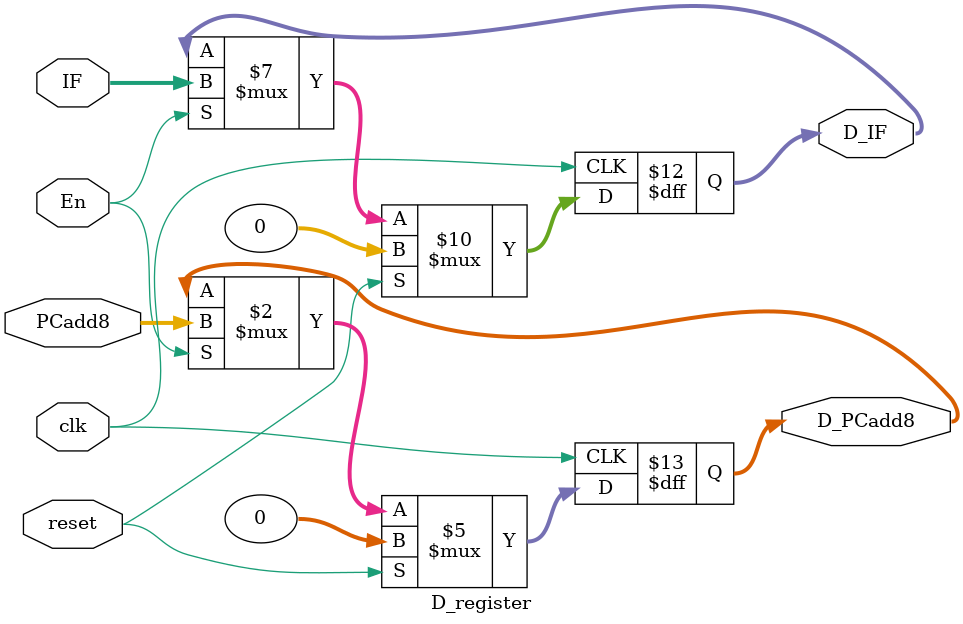
<source format=v>
`timescale 1ns / 1ps
module D_register(
	 input clk,
	 input reset,

    input [31:0] IF,
    input [31:0] PCadd8,
	 
	 input En,
	 
	 output reg [31:0] D_IF,
    output reg [31:0] D_PCadd8
    );
	 
	 always @(posedge clk) begin
		if(reset) begin
			D_IF<=0;
			D_PCadd8<=0;
		end
		else begin
			if(En) begin
				D_IF<=IF;
				D_PCadd8<=PCadd8;
			end
		end
	 end
	 
endmodule

</source>
